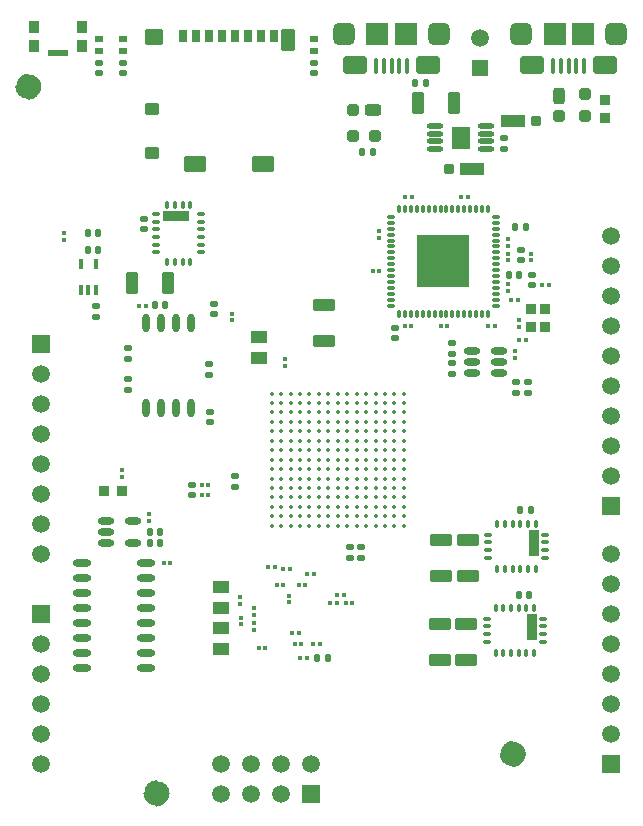
<source format=gts>
G04 Layer_Color=8388736*
%FSLAX25Y25*%
%MOIN*%
G70*
G01*
G75*
G04:AMPARAMS|DCode=11|XSize=35.43mil|YSize=31.5mil|CornerRadius=3.15mil|HoleSize=0mil|Usage=FLASHONLY|Rotation=90.000|XOffset=0mil|YOffset=0mil|HoleType=Round|Shape=RoundedRectangle|*
%AMROUNDEDRECTD11*
21,1,0.03543,0.02520,0,0,90.0*
21,1,0.02913,0.03150,0,0,90.0*
1,1,0.00630,0.01260,0.01457*
1,1,0.00630,0.01260,-0.01457*
1,1,0.00630,-0.01260,-0.01457*
1,1,0.00630,-0.01260,0.01457*
%
%ADD11ROUNDEDRECTD11*%
%ADD12O,0.05512X0.02362*%
%ADD13O,0.03228X0.01063*%
%ADD14O,0.01063X0.03228*%
%ADD15R,0.17520X0.17520*%
%ADD16R,0.02913X0.02126*%
%ADD17O,0.02362X0.06299*%
G04:AMPARAMS|DCode=18|XSize=74.8mil|YSize=53.15mil|CornerRadius=5.32mil|HoleSize=0mil|Usage=FLASHONLY|Rotation=180.000|XOffset=0mil|YOffset=0mil|HoleType=Round|Shape=RoundedRectangle|*
%AMROUNDEDRECTD18*
21,1,0.07480,0.04252,0,0,180.0*
21,1,0.06417,0.05315,0,0,180.0*
1,1,0.01063,-0.03209,0.02126*
1,1,0.01063,0.03209,0.02126*
1,1,0.01063,0.03209,-0.02126*
1,1,0.01063,-0.03209,-0.02126*
%
%ADD18ROUNDEDRECTD18*%
G04:AMPARAMS|DCode=19|XSize=47.24mil|YSize=39.37mil|CornerRadius=3.94mil|HoleSize=0mil|Usage=FLASHONLY|Rotation=180.000|XOffset=0mil|YOffset=0mil|HoleType=Round|Shape=RoundedRectangle|*
%AMROUNDEDRECTD19*
21,1,0.04724,0.03150,0,0,180.0*
21,1,0.03937,0.03937,0,0,180.0*
1,1,0.00787,-0.01968,0.01575*
1,1,0.00787,0.01968,0.01575*
1,1,0.00787,0.01968,-0.01575*
1,1,0.00787,-0.01968,-0.01575*
%
%ADD19ROUNDEDRECTD19*%
G04:AMPARAMS|DCode=20|XSize=29.53mil|YSize=43.31mil|CornerRadius=2.95mil|HoleSize=0mil|Usage=FLASHONLY|Rotation=180.000|XOffset=0mil|YOffset=0mil|HoleType=Round|Shape=RoundedRectangle|*
%AMROUNDEDRECTD20*
21,1,0.02953,0.03740,0,0,180.0*
21,1,0.02362,0.04331,0,0,180.0*
1,1,0.00591,-0.01181,0.01870*
1,1,0.00591,0.01181,0.01870*
1,1,0.00591,0.01181,-0.01870*
1,1,0.00591,-0.01181,-0.01870*
%
%ADD20ROUNDEDRECTD20*%
G04:AMPARAMS|DCode=21|XSize=70.87mil|YSize=46.06mil|CornerRadius=4.61mil|HoleSize=0mil|Usage=FLASHONLY|Rotation=90.000|XOffset=0mil|YOffset=0mil|HoleType=Round|Shape=RoundedRectangle|*
%AMROUNDEDRECTD21*
21,1,0.07087,0.03685,0,0,90.0*
21,1,0.06165,0.04606,0,0,90.0*
1,1,0.00921,0.01843,0.03083*
1,1,0.00921,0.01843,-0.03083*
1,1,0.00921,-0.01843,-0.03083*
1,1,0.00921,-0.01843,0.03083*
%
%ADD21ROUNDEDRECTD21*%
G04:AMPARAMS|DCode=22|XSize=61.02mil|YSize=53.15mil|CornerRadius=5.32mil|HoleSize=0mil|Usage=FLASHONLY|Rotation=180.000|XOffset=0mil|YOffset=0mil|HoleType=Round|Shape=RoundedRectangle|*
%AMROUNDEDRECTD22*
21,1,0.06102,0.04252,0,0,180.0*
21,1,0.05039,0.05315,0,0,180.0*
1,1,0.01063,-0.02520,0.02126*
1,1,0.01063,0.02520,0.02126*
1,1,0.01063,0.02520,-0.02126*
1,1,0.01063,-0.02520,-0.02126*
%
%ADD22ROUNDEDRECTD22*%
%ADD23C,0.01378*%
G04:AMPARAMS|DCode=24|XSize=36.61mil|YSize=35.04mil|CornerRadius=3.5mil|HoleSize=0mil|Usage=FLASHONLY|Rotation=90.000|XOffset=0mil|YOffset=0mil|HoleType=Round|Shape=RoundedRectangle|*
%AMROUNDEDRECTD24*
21,1,0.03661,0.02803,0,0,90.0*
21,1,0.02961,0.03504,0,0,90.0*
1,1,0.00701,0.01402,0.01480*
1,1,0.00701,0.01402,-0.01480*
1,1,0.00701,-0.01402,-0.01480*
1,1,0.00701,-0.01402,0.01480*
%
%ADD24ROUNDEDRECTD24*%
G04:AMPARAMS|DCode=25|XSize=15.75mil|YSize=14.57mil|CornerRadius=1.46mil|HoleSize=0mil|Usage=FLASHONLY|Rotation=0.000|XOffset=0mil|YOffset=0mil|HoleType=Round|Shape=RoundedRectangle|*
%AMROUNDEDRECTD25*
21,1,0.01575,0.01165,0,0,0.0*
21,1,0.01284,0.01457,0,0,0.0*
1,1,0.00291,0.00642,-0.00583*
1,1,0.00291,-0.00642,-0.00583*
1,1,0.00291,-0.00642,0.00583*
1,1,0.00291,0.00642,0.00583*
%
%ADD25ROUNDEDRECTD25*%
%ADD26O,0.06102X0.02362*%
G04:AMPARAMS|DCode=27|XSize=71.65mil|YSize=42.13mil|CornerRadius=4.21mil|HoleSize=0mil|Usage=FLASHONLY|Rotation=270.000|XOffset=0mil|YOffset=0mil|HoleType=Round|Shape=RoundedRectangle|*
%AMROUNDEDRECTD27*
21,1,0.07165,0.03370,0,0,270.0*
21,1,0.06323,0.04213,0,0,270.0*
1,1,0.00843,-0.01685,-0.03161*
1,1,0.00843,-0.01685,0.03161*
1,1,0.00843,0.01685,0.03161*
1,1,0.00843,0.01685,-0.03161*
%
%ADD27ROUNDEDRECTD27*%
G04:AMPARAMS|DCode=28|XSize=23.62mil|YSize=19.68mil|CornerRadius=1.97mil|HoleSize=0mil|Usage=FLASHONLY|Rotation=90.000|XOffset=0mil|YOffset=0mil|HoleType=Round|Shape=RoundedRectangle|*
%AMROUNDEDRECTD28*
21,1,0.02362,0.01575,0,0,90.0*
21,1,0.01968,0.01968,0,0,90.0*
1,1,0.00394,0.00787,0.00984*
1,1,0.00394,0.00787,-0.00984*
1,1,0.00394,-0.00787,-0.00984*
1,1,0.00394,-0.00787,0.00984*
%
%ADD28ROUNDEDRECTD28*%
G04:AMPARAMS|DCode=29|XSize=16.14mil|YSize=14.57mil|CornerRadius=1.46mil|HoleSize=0mil|Usage=FLASHONLY|Rotation=180.000|XOffset=0mil|YOffset=0mil|HoleType=Round|Shape=RoundedRectangle|*
%AMROUNDEDRECTD29*
21,1,0.01614,0.01165,0,0,180.0*
21,1,0.01323,0.01457,0,0,180.0*
1,1,0.00291,-0.00661,0.00583*
1,1,0.00291,0.00661,0.00583*
1,1,0.00291,0.00661,-0.00583*
1,1,0.00291,-0.00661,-0.00583*
%
%ADD29ROUNDEDRECTD29*%
G04:AMPARAMS|DCode=30|XSize=11.81mil|YSize=23.62mil|CornerRadius=1.95mil|HoleSize=0mil|Usage=FLASHONLY|Rotation=180.000|XOffset=0mil|YOffset=0mil|HoleType=Round|Shape=RoundedRectangle|*
%AMROUNDEDRECTD30*
21,1,0.01181,0.01972,0,0,180.0*
21,1,0.00791,0.02362,0,0,180.0*
1,1,0.00390,-0.00396,0.00986*
1,1,0.00390,0.00396,0.00986*
1,1,0.00390,0.00396,-0.00986*
1,1,0.00390,-0.00396,-0.00986*
%
%ADD30ROUNDEDRECTD30*%
G04:AMPARAMS|DCode=31|XSize=11.81mil|YSize=23.62mil|CornerRadius=1.95mil|HoleSize=0mil|Usage=FLASHONLY|Rotation=90.000|XOffset=0mil|YOffset=0mil|HoleType=Round|Shape=RoundedRectangle|*
%AMROUNDEDRECTD31*
21,1,0.01181,0.01972,0,0,90.0*
21,1,0.00791,0.02362,0,0,90.0*
1,1,0.00390,0.00986,0.00396*
1,1,0.00390,0.00986,-0.00396*
1,1,0.00390,-0.00986,-0.00396*
1,1,0.00390,-0.00986,0.00396*
%
%ADD31ROUNDEDRECTD31*%
%ADD32R,0.08858X0.03543*%
%ADD33R,0.06102X0.07283*%
%ADD34O,0.05709X0.01772*%
G04:AMPARAMS|DCode=35|XSize=39.37mil|YSize=55.12mil|CornerRadius=9.84mil|HoleSize=0mil|Usage=FLASHONLY|Rotation=90.000|XOffset=0mil|YOffset=0mil|HoleType=Round|Shape=RoundedRectangle|*
%AMROUNDEDRECTD35*
21,1,0.03937,0.03543,0,0,90.0*
21,1,0.01968,0.05512,0,0,90.0*
1,1,0.01968,0.01772,0.00984*
1,1,0.01968,0.01772,-0.00984*
1,1,0.01968,-0.01772,-0.00984*
1,1,0.01968,-0.01772,0.00984*
%
%ADD35ROUNDEDRECTD35*%
G04:AMPARAMS|DCode=36|XSize=39.37mil|YSize=39.37mil|CornerRadius=9.84mil|HoleSize=0mil|Usage=FLASHONLY|Rotation=90.000|XOffset=0mil|YOffset=0mil|HoleType=Round|Shape=RoundedRectangle|*
%AMROUNDEDRECTD36*
21,1,0.03937,0.01968,0,0,90.0*
21,1,0.01968,0.03937,0,0,90.0*
1,1,0.01968,0.00984,0.00984*
1,1,0.01968,0.00984,-0.00984*
1,1,0.01968,-0.00984,-0.00984*
1,1,0.01968,-0.00984,0.00984*
%
%ADD36ROUNDEDRECTD36*%
%ADD37O,0.01575X0.03740*%
G04:AMPARAMS|DCode=38|XSize=35.43mil|YSize=39.37mil|CornerRadius=3.54mil|HoleSize=0mil|Usage=FLASHONLY|Rotation=180.000|XOffset=0mil|YOffset=0mil|HoleType=Round|Shape=RoundedRectangle|*
%AMROUNDEDRECTD38*
21,1,0.03543,0.03228,0,0,180.0*
21,1,0.02835,0.03937,0,0,180.0*
1,1,0.00709,-0.01417,0.01614*
1,1,0.00709,0.01417,0.01614*
1,1,0.00709,0.01417,-0.01614*
1,1,0.00709,-0.01417,-0.01614*
%
%ADD38ROUNDEDRECTD38*%
G04:AMPARAMS|DCode=39|XSize=66.93mil|YSize=21.65mil|CornerRadius=2.16mil|HoleSize=0mil|Usage=FLASHONLY|Rotation=180.000|XOffset=0mil|YOffset=0mil|HoleType=Round|Shape=RoundedRectangle|*
%AMROUNDEDRECTD39*
21,1,0.06693,0.01732,0,0,180.0*
21,1,0.06260,0.02165,0,0,180.0*
1,1,0.00433,-0.03130,0.00866*
1,1,0.00433,0.03130,0.00866*
1,1,0.00433,0.03130,-0.00866*
1,1,0.00433,-0.03130,-0.00866*
%
%ADD39ROUNDEDRECTD39*%
G04:AMPARAMS|DCode=40|XSize=82.68mil|YSize=62.99mil|CornerRadius=15.75mil|HoleSize=0mil|Usage=FLASHONLY|Rotation=180.000|XOffset=0mil|YOffset=0mil|HoleType=Round|Shape=RoundedRectangle|*
%AMROUNDEDRECTD40*
21,1,0.08268,0.03150,0,0,180.0*
21,1,0.05118,0.06299,0,0,180.0*
1,1,0.03150,-0.02559,0.01575*
1,1,0.03150,0.02559,0.01575*
1,1,0.03150,0.02559,-0.01575*
1,1,0.03150,-0.02559,-0.01575*
%
%ADD40ROUNDEDRECTD40*%
%ADD41O,0.01575X0.05315*%
G04:AMPARAMS|DCode=42|XSize=70.87mil|YSize=74.8mil|CornerRadius=17.72mil|HoleSize=0mil|Usage=FLASHONLY|Rotation=180.000|XOffset=0mil|YOffset=0mil|HoleType=Round|Shape=RoundedRectangle|*
%AMROUNDEDRECTD42*
21,1,0.07087,0.03937,0,0,180.0*
21,1,0.03543,0.07480,0,0,180.0*
1,1,0.03543,-0.01772,0.01968*
1,1,0.03543,0.01772,0.01968*
1,1,0.03543,0.01772,-0.01968*
1,1,0.03543,-0.01772,-0.01968*
%
%ADD42ROUNDEDRECTD42*%
%ADD43R,0.07480X0.07480*%
G04:AMPARAMS|DCode=44|XSize=54.33mil|YSize=41.34mil|CornerRadius=4.13mil|HoleSize=0mil|Usage=FLASHONLY|Rotation=180.000|XOffset=0mil|YOffset=0mil|HoleType=Round|Shape=RoundedRectangle|*
%AMROUNDEDRECTD44*
21,1,0.05433,0.03307,0,0,180.0*
21,1,0.04606,0.04134,0,0,180.0*
1,1,0.00827,-0.02303,0.01654*
1,1,0.00827,0.02303,0.01654*
1,1,0.00827,0.02303,-0.01654*
1,1,0.00827,-0.02303,-0.01654*
%
%ADD44ROUNDEDRECTD44*%
G04:AMPARAMS|DCode=45|XSize=78.74mil|YSize=43.31mil|CornerRadius=4.33mil|HoleSize=0mil|Usage=FLASHONLY|Rotation=180.000|XOffset=0mil|YOffset=0mil|HoleType=Round|Shape=RoundedRectangle|*
%AMROUNDEDRECTD45*
21,1,0.07874,0.03465,0,0,180.0*
21,1,0.07008,0.04331,0,0,180.0*
1,1,0.00866,-0.03504,0.01732*
1,1,0.00866,0.03504,0.01732*
1,1,0.00866,0.03504,-0.01732*
1,1,0.00866,-0.03504,-0.01732*
%
%ADD45ROUNDEDRECTD45*%
G04:AMPARAMS|DCode=46|XSize=31.5mil|YSize=31.5mil|CornerRadius=3.15mil|HoleSize=0mil|Usage=FLASHONLY|Rotation=180.000|XOffset=0mil|YOffset=0mil|HoleType=Round|Shape=RoundedRectangle|*
%AMROUNDEDRECTD46*
21,1,0.03150,0.02520,0,0,180.0*
21,1,0.02520,0.03150,0,0,180.0*
1,1,0.00630,-0.01260,0.01260*
1,1,0.00630,0.01260,0.01260*
1,1,0.00630,0.01260,-0.01260*
1,1,0.00630,-0.01260,-0.01260*
%
%ADD46ROUNDEDRECTD46*%
G04:AMPARAMS|DCode=47|XSize=23.62mil|YSize=19.68mil|CornerRadius=1.97mil|HoleSize=0mil|Usage=FLASHONLY|Rotation=180.000|XOffset=0mil|YOffset=0mil|HoleType=Round|Shape=RoundedRectangle|*
%AMROUNDEDRECTD47*
21,1,0.02362,0.01575,0,0,180.0*
21,1,0.01968,0.01968,0,0,180.0*
1,1,0.00394,-0.00984,0.00787*
1,1,0.00394,0.00984,0.00787*
1,1,0.00394,0.00984,-0.00787*
1,1,0.00394,-0.00984,-0.00787*
%
%ADD47ROUNDEDRECTD47*%
G04:AMPARAMS|DCode=48|XSize=15.75mil|YSize=14.57mil|CornerRadius=1.46mil|HoleSize=0mil|Usage=FLASHONLY|Rotation=90.000|XOffset=0mil|YOffset=0mil|HoleType=Round|Shape=RoundedRectangle|*
%AMROUNDEDRECTD48*
21,1,0.01575,0.01165,0,0,90.0*
21,1,0.01284,0.01457,0,0,90.0*
1,1,0.00291,0.00583,0.00642*
1,1,0.00291,0.00583,-0.00642*
1,1,0.00291,-0.00583,-0.00642*
1,1,0.00291,-0.00583,0.00642*
%
%ADD48ROUNDEDRECTD48*%
%ADD49C,0.03937*%
G04:AMPARAMS|DCode=50|XSize=71.65mil|YSize=42.13mil|CornerRadius=4.21mil|HoleSize=0mil|Usage=FLASHONLY|Rotation=180.000|XOffset=0mil|YOffset=0mil|HoleType=Round|Shape=RoundedRectangle|*
%AMROUNDEDRECTD50*
21,1,0.07165,0.03370,0,0,180.0*
21,1,0.06323,0.04213,0,0,180.0*
1,1,0.00843,-0.03161,0.01685*
1,1,0.00843,0.03161,0.01685*
1,1,0.00843,0.03161,-0.01685*
1,1,0.00843,-0.03161,-0.01685*
%
%ADD50ROUNDEDRECTD50*%
G04:AMPARAMS|DCode=51|XSize=39.37mil|YSize=39.37mil|CornerRadius=9.84mil|HoleSize=0mil|Usage=FLASHONLY|Rotation=180.000|XOffset=0mil|YOffset=0mil|HoleType=Round|Shape=RoundedRectangle|*
%AMROUNDEDRECTD51*
21,1,0.03937,0.01968,0,0,180.0*
21,1,0.01968,0.03937,0,0,180.0*
1,1,0.01968,-0.00984,0.00984*
1,1,0.01968,0.00984,0.00984*
1,1,0.01968,0.00984,-0.00984*
1,1,0.01968,-0.00984,-0.00984*
%
%ADD51ROUNDEDRECTD51*%
G04:AMPARAMS|DCode=52|XSize=39.37mil|YSize=55.12mil|CornerRadius=9.84mil|HoleSize=0mil|Usage=FLASHONLY|Rotation=180.000|XOffset=0mil|YOffset=0mil|HoleType=Round|Shape=RoundedRectangle|*
%AMROUNDEDRECTD52*
21,1,0.03937,0.03543,0,0,180.0*
21,1,0.01968,0.05512,0,0,180.0*
1,1,0.01968,-0.00984,0.01772*
1,1,0.01968,0.00984,0.01772*
1,1,0.01968,0.00984,-0.01772*
1,1,0.01968,-0.00984,-0.01772*
%
%ADD52ROUNDEDRECTD52*%
G04:AMPARAMS|DCode=53|XSize=36.61mil|YSize=35.04mil|CornerRadius=3.5mil|HoleSize=0mil|Usage=FLASHONLY|Rotation=180.000|XOffset=0mil|YOffset=0mil|HoleType=Round|Shape=RoundedRectangle|*
%AMROUNDEDRECTD53*
21,1,0.03661,0.02803,0,0,180.0*
21,1,0.02961,0.03504,0,0,180.0*
1,1,0.00701,-0.01480,0.01402*
1,1,0.00701,0.01480,0.01402*
1,1,0.00701,0.01480,-0.01402*
1,1,0.00701,-0.01480,-0.01402*
%
%ADD53ROUNDEDRECTD53*%
%ADD54R,0.03543X0.08858*%
%ADD64R,0.05905X0.05905*%
%ADD65C,0.05905*%
%ADD66R,0.05905X0.05905*%
%ADD67R,0.05315X0.05315*%
%ADD76C,0.07874*%
D11*
X173504Y165591D02*
D03*
Y171496D02*
D03*
X178228D02*
D03*
Y165591D02*
D03*
D12*
X153661Y157677D02*
D03*
Y153937D02*
D03*
Y150197D02*
D03*
X162716D02*
D03*
Y157677D02*
D03*
Y153937D02*
D03*
X31721Y101008D02*
D03*
Y97268D02*
D03*
Y93528D02*
D03*
X40776D02*
D03*
Y101008D02*
D03*
D13*
X161772Y172756D02*
D03*
Y174724D02*
D03*
Y176693D02*
D03*
Y178661D02*
D03*
Y180630D02*
D03*
Y182598D02*
D03*
Y188504D02*
D03*
Y190472D02*
D03*
Y192441D02*
D03*
Y194409D02*
D03*
Y196378D02*
D03*
Y198346D02*
D03*
Y200315D02*
D03*
Y202283D02*
D03*
X126732D02*
D03*
Y200315D02*
D03*
Y198346D02*
D03*
Y196378D02*
D03*
Y194409D02*
D03*
Y192441D02*
D03*
Y190472D02*
D03*
Y188504D02*
D03*
Y186535D02*
D03*
Y184567D02*
D03*
Y182598D02*
D03*
Y180630D02*
D03*
Y178661D02*
D03*
Y176693D02*
D03*
Y174724D02*
D03*
Y172756D02*
D03*
X161772Y184567D02*
D03*
Y186535D02*
D03*
D14*
X159016Y205039D02*
D03*
X157047D02*
D03*
X155079D02*
D03*
X153110D02*
D03*
X151142D02*
D03*
X149173D02*
D03*
X147205D02*
D03*
X145236D02*
D03*
X143268D02*
D03*
X141299D02*
D03*
X139331D02*
D03*
X137362D02*
D03*
X135394D02*
D03*
X133425D02*
D03*
X131457D02*
D03*
X129488D02*
D03*
Y170000D02*
D03*
X131457D02*
D03*
X133425D02*
D03*
X135394D02*
D03*
X137362D02*
D03*
X139331D02*
D03*
X141299D02*
D03*
X143268D02*
D03*
X145236D02*
D03*
X147205D02*
D03*
X149173D02*
D03*
X151142D02*
D03*
X153110D02*
D03*
X155079D02*
D03*
X157047D02*
D03*
X159016D02*
D03*
D15*
X144252Y187520D02*
D03*
D16*
X29331Y261535D02*
D03*
Y257598D02*
D03*
X101221Y257638D02*
D03*
Y261575D02*
D03*
X37402Y257638D02*
D03*
Y261575D02*
D03*
D17*
X45114Y138472D02*
D03*
X50114D02*
D03*
X55114D02*
D03*
X60114D02*
D03*
X45114Y166819D02*
D03*
X50114D02*
D03*
X55114D02*
D03*
X60114D02*
D03*
D18*
X61386Y219783D02*
D03*
X84102D02*
D03*
D19*
X47213Y223622D02*
D03*
Y238189D02*
D03*
D20*
X87705Y262697D02*
D03*
X83374D02*
D03*
X79043D02*
D03*
X74713D02*
D03*
X70382D02*
D03*
X66051D02*
D03*
X61721D02*
D03*
X57390D02*
D03*
D21*
X92469Y261319D02*
D03*
D22*
X47902Y262205D02*
D03*
D23*
X131063Y143425D02*
D03*
Y140276D02*
D03*
Y137126D02*
D03*
Y133976D02*
D03*
Y130827D02*
D03*
Y127677D02*
D03*
Y124528D02*
D03*
Y121378D02*
D03*
Y118228D02*
D03*
Y115079D02*
D03*
Y111929D02*
D03*
Y108780D02*
D03*
Y105630D02*
D03*
Y102480D02*
D03*
Y99331D02*
D03*
X127913Y143425D02*
D03*
Y140276D02*
D03*
Y137126D02*
D03*
Y133976D02*
D03*
Y130827D02*
D03*
Y127677D02*
D03*
Y124528D02*
D03*
Y121378D02*
D03*
Y118228D02*
D03*
Y115079D02*
D03*
Y111929D02*
D03*
Y108780D02*
D03*
Y105630D02*
D03*
Y102480D02*
D03*
Y99331D02*
D03*
X124764Y143425D02*
D03*
Y140276D02*
D03*
Y137126D02*
D03*
Y133976D02*
D03*
Y130827D02*
D03*
Y127677D02*
D03*
Y124528D02*
D03*
Y121378D02*
D03*
Y118228D02*
D03*
Y115079D02*
D03*
Y111929D02*
D03*
Y108780D02*
D03*
Y105630D02*
D03*
Y102480D02*
D03*
Y99331D02*
D03*
X121614Y143425D02*
D03*
Y140276D02*
D03*
Y137126D02*
D03*
Y133976D02*
D03*
Y130827D02*
D03*
Y127677D02*
D03*
Y124528D02*
D03*
Y121378D02*
D03*
Y118228D02*
D03*
Y115079D02*
D03*
Y111929D02*
D03*
Y108780D02*
D03*
Y105630D02*
D03*
Y102480D02*
D03*
Y99331D02*
D03*
X118465Y143425D02*
D03*
Y140276D02*
D03*
Y137126D02*
D03*
Y133976D02*
D03*
Y130827D02*
D03*
Y127677D02*
D03*
Y124528D02*
D03*
Y121378D02*
D03*
Y118228D02*
D03*
Y115079D02*
D03*
Y111929D02*
D03*
Y108780D02*
D03*
Y105630D02*
D03*
Y102480D02*
D03*
Y99331D02*
D03*
X115315Y143425D02*
D03*
Y140276D02*
D03*
Y137126D02*
D03*
Y133976D02*
D03*
Y130827D02*
D03*
Y127677D02*
D03*
Y124528D02*
D03*
Y121378D02*
D03*
Y118228D02*
D03*
Y115079D02*
D03*
Y111929D02*
D03*
Y108780D02*
D03*
Y105630D02*
D03*
Y102480D02*
D03*
Y99331D02*
D03*
X112165Y143425D02*
D03*
Y140276D02*
D03*
Y137126D02*
D03*
Y133976D02*
D03*
Y130827D02*
D03*
Y127677D02*
D03*
Y124528D02*
D03*
Y121378D02*
D03*
Y118228D02*
D03*
Y115079D02*
D03*
Y111929D02*
D03*
Y108780D02*
D03*
Y105630D02*
D03*
Y102480D02*
D03*
Y99331D02*
D03*
X109016Y143425D02*
D03*
Y140276D02*
D03*
Y137126D02*
D03*
Y133976D02*
D03*
Y130827D02*
D03*
Y127677D02*
D03*
Y124528D02*
D03*
Y121378D02*
D03*
Y118228D02*
D03*
Y115079D02*
D03*
Y111929D02*
D03*
Y108780D02*
D03*
Y105630D02*
D03*
Y102480D02*
D03*
Y99331D02*
D03*
X105866Y143425D02*
D03*
Y140276D02*
D03*
Y137126D02*
D03*
Y133976D02*
D03*
Y130827D02*
D03*
Y127677D02*
D03*
Y124528D02*
D03*
Y121378D02*
D03*
Y118228D02*
D03*
Y115079D02*
D03*
Y111929D02*
D03*
Y108780D02*
D03*
Y105630D02*
D03*
Y102480D02*
D03*
Y99331D02*
D03*
X102717Y143425D02*
D03*
Y140276D02*
D03*
Y137126D02*
D03*
Y133976D02*
D03*
Y130827D02*
D03*
Y127677D02*
D03*
Y124528D02*
D03*
Y121378D02*
D03*
Y118228D02*
D03*
Y115079D02*
D03*
Y111929D02*
D03*
Y108780D02*
D03*
Y105630D02*
D03*
Y102480D02*
D03*
Y99331D02*
D03*
X99567Y143425D02*
D03*
Y140276D02*
D03*
Y137126D02*
D03*
Y133976D02*
D03*
Y130827D02*
D03*
Y127677D02*
D03*
Y124528D02*
D03*
Y121378D02*
D03*
Y118228D02*
D03*
Y115079D02*
D03*
Y111929D02*
D03*
Y108780D02*
D03*
Y105630D02*
D03*
Y102480D02*
D03*
Y99331D02*
D03*
X96417Y143425D02*
D03*
Y140276D02*
D03*
Y137126D02*
D03*
Y133976D02*
D03*
Y130827D02*
D03*
Y127677D02*
D03*
Y124528D02*
D03*
Y121378D02*
D03*
Y118228D02*
D03*
Y115079D02*
D03*
Y111929D02*
D03*
Y108780D02*
D03*
Y105630D02*
D03*
Y102480D02*
D03*
Y99331D02*
D03*
X93268Y143425D02*
D03*
Y140276D02*
D03*
Y137126D02*
D03*
Y133976D02*
D03*
Y130827D02*
D03*
Y127677D02*
D03*
Y124528D02*
D03*
Y121378D02*
D03*
Y118228D02*
D03*
Y115079D02*
D03*
Y111929D02*
D03*
Y108780D02*
D03*
Y105630D02*
D03*
Y102480D02*
D03*
Y99331D02*
D03*
X90118Y143425D02*
D03*
Y140276D02*
D03*
Y137126D02*
D03*
Y133976D02*
D03*
Y130827D02*
D03*
Y127677D02*
D03*
Y124528D02*
D03*
Y121378D02*
D03*
Y118228D02*
D03*
Y115079D02*
D03*
Y111929D02*
D03*
Y108780D02*
D03*
Y105630D02*
D03*
Y102480D02*
D03*
Y99331D02*
D03*
X86968Y143425D02*
D03*
Y140276D02*
D03*
Y137126D02*
D03*
Y133976D02*
D03*
Y130827D02*
D03*
Y127677D02*
D03*
Y124528D02*
D03*
Y121378D02*
D03*
Y118228D02*
D03*
Y115079D02*
D03*
Y111929D02*
D03*
Y108780D02*
D03*
Y105630D02*
D03*
Y102480D02*
D03*
Y99331D02*
D03*
D24*
X37126Y111024D02*
D03*
X31063D02*
D03*
D25*
X37087Y117815D02*
D03*
Y115571D02*
D03*
X91575Y154783D02*
D03*
Y152539D02*
D03*
X73819Y167854D02*
D03*
Y170098D02*
D03*
X81028Y66874D02*
D03*
Y64630D02*
D03*
X76492Y75630D02*
D03*
Y73386D02*
D03*
X81217Y71768D02*
D03*
Y69524D02*
D03*
X76846Y66492D02*
D03*
Y68736D02*
D03*
X173504Y187854D02*
D03*
Y190098D02*
D03*
X169488Y167854D02*
D03*
Y165610D02*
D03*
X122795Y195256D02*
D03*
Y197500D02*
D03*
X165709Y194902D02*
D03*
Y192657D02*
D03*
Y187776D02*
D03*
Y190020D02*
D03*
Y177657D02*
D03*
Y179902D02*
D03*
X46102Y103327D02*
D03*
Y101083D02*
D03*
X92874Y73799D02*
D03*
Y76043D02*
D03*
X167953Y155413D02*
D03*
Y157658D02*
D03*
D26*
X44965Y51925D02*
D03*
Y56925D02*
D03*
Y61925D02*
D03*
Y66925D02*
D03*
Y71925D02*
D03*
Y76925D02*
D03*
Y81925D02*
D03*
Y86925D02*
D03*
X23705Y51925D02*
D03*
Y56925D02*
D03*
Y61925D02*
D03*
Y66925D02*
D03*
Y71925D02*
D03*
Y76925D02*
D03*
Y81925D02*
D03*
Y86925D02*
D03*
D27*
X147894Y240197D02*
D03*
X135886D02*
D03*
X40295Y180157D02*
D03*
X52303D02*
D03*
D28*
X138465Y246772D02*
D03*
X134921D02*
D03*
X25669Y191417D02*
D03*
X29213D02*
D03*
X117047Y224016D02*
D03*
X120591D02*
D03*
X171693Y198819D02*
D03*
X168149D02*
D03*
X51535Y172992D02*
D03*
X47992D02*
D03*
X165945Y182992D02*
D03*
X169488D02*
D03*
X102118Y55138D02*
D03*
X105661D02*
D03*
X49839Y93520D02*
D03*
X46295D02*
D03*
X49803Y97165D02*
D03*
X46260D02*
D03*
X169331Y76417D02*
D03*
X172874D02*
D03*
X169803Y104488D02*
D03*
X173346D02*
D03*
X25669Y196929D02*
D03*
X29213D02*
D03*
D29*
X17835Y196890D02*
D03*
Y194606D02*
D03*
D30*
X52185Y206299D02*
D03*
X59862D02*
D03*
X57303D02*
D03*
X54744D02*
D03*
Y187402D02*
D03*
X57303D02*
D03*
X59862D02*
D03*
X52185D02*
D03*
X174980Y85079D02*
D03*
X172421D02*
D03*
X169862D02*
D03*
X167303D02*
D03*
X164744D02*
D03*
X162185D02*
D03*
X162185Y100039D02*
D03*
X164744D02*
D03*
X167303D02*
D03*
X169862D02*
D03*
X172421D02*
D03*
X174980D02*
D03*
X174469Y57047D02*
D03*
X171909D02*
D03*
X169350D02*
D03*
X166791D02*
D03*
X164232D02*
D03*
X161673D02*
D03*
X161673Y72008D02*
D03*
X164232D02*
D03*
X166791D02*
D03*
X169350D02*
D03*
X171909D02*
D03*
X174469D02*
D03*
D31*
X63504Y203248D02*
D03*
Y200689D02*
D03*
Y198130D02*
D03*
Y195571D02*
D03*
Y193012D02*
D03*
Y190453D02*
D03*
X48543Y190453D02*
D03*
Y193012D02*
D03*
Y195571D02*
D03*
Y198130D02*
D03*
Y200689D02*
D03*
Y203248D02*
D03*
X178032Y96398D02*
D03*
Y88721D02*
D03*
Y91280D02*
D03*
Y93839D02*
D03*
X159134D02*
D03*
Y91280D02*
D03*
Y88721D02*
D03*
Y96398D02*
D03*
X177520Y68366D02*
D03*
Y60689D02*
D03*
Y63248D02*
D03*
Y65807D02*
D03*
X158622D02*
D03*
Y63248D02*
D03*
Y60689D02*
D03*
Y68366D02*
D03*
D32*
X54941Y202559D02*
D03*
D33*
X150039Y228740D02*
D03*
D34*
X141575Y232579D02*
D03*
Y230020D02*
D03*
Y227461D02*
D03*
Y224902D02*
D03*
X158504Y232579D02*
D03*
Y230020D02*
D03*
Y227461D02*
D03*
Y224902D02*
D03*
D35*
X120787Y237933D02*
D03*
D36*
X114094D02*
D03*
Y229272D02*
D03*
X121575D02*
D03*
D37*
X23346Y178032D02*
D03*
X25905D02*
D03*
X28465D02*
D03*
Y186693D02*
D03*
X23346D02*
D03*
D38*
X23779Y265709D02*
D03*
Y259409D02*
D03*
X7638D02*
D03*
Y265709D02*
D03*
D39*
X15709Y256949D02*
D03*
D40*
X173779Y253071D02*
D03*
X198189D02*
D03*
X139134D02*
D03*
X114724D02*
D03*
D41*
X180866Y252579D02*
D03*
X183425D02*
D03*
X191102D02*
D03*
X188543D02*
D03*
X185984D02*
D03*
X129488D02*
D03*
X132047D02*
D03*
X124370D02*
D03*
X121811D02*
D03*
X126929D02*
D03*
D42*
X201732Y263110D02*
D03*
X170236D02*
D03*
X111181D02*
D03*
X142677D02*
D03*
D43*
X190709D02*
D03*
X181260D02*
D03*
X122205D02*
D03*
X131653D02*
D03*
D44*
X70197Y72047D02*
D03*
Y79055D02*
D03*
X82598Y162402D02*
D03*
Y155394D02*
D03*
X70197Y65118D02*
D03*
Y58110D02*
D03*
D45*
X153661Y218110D02*
D03*
X167559Y234213D02*
D03*
D46*
X146181Y218110D02*
D03*
X175039Y234213D02*
D03*
D47*
X172480Y143662D02*
D03*
Y147205D02*
D03*
X74882Y112284D02*
D03*
Y115827D02*
D03*
X67756Y173425D02*
D03*
Y169882D02*
D03*
X38937Y154921D02*
D03*
Y158465D02*
D03*
X66339Y133819D02*
D03*
Y137362D02*
D03*
X66023Y153189D02*
D03*
Y149645D02*
D03*
X39106Y148307D02*
D03*
Y144764D02*
D03*
X147008Y153465D02*
D03*
Y149921D02*
D03*
X29331Y250197D02*
D03*
Y253740D02*
D03*
X147008Y156732D02*
D03*
Y160276D02*
D03*
X128032Y161772D02*
D03*
Y165315D02*
D03*
X170158Y187874D02*
D03*
Y191417D02*
D03*
X173661Y179449D02*
D03*
Y182992D02*
D03*
X60469Y109547D02*
D03*
Y113091D02*
D03*
X44331Y198150D02*
D03*
Y201693D02*
D03*
X164488Y224961D02*
D03*
Y228504D02*
D03*
X28464Y172441D02*
D03*
Y168897D02*
D03*
X113130Y88610D02*
D03*
Y92154D02*
D03*
X116713Y88626D02*
D03*
Y92169D02*
D03*
X37362Y253701D02*
D03*
Y250157D02*
D03*
X101220Y253701D02*
D03*
Y250157D02*
D03*
X168543Y143662D02*
D03*
Y147205D02*
D03*
D48*
X145531Y166063D02*
D03*
X143287D02*
D03*
X106354Y73437D02*
D03*
X108598D02*
D03*
X94669Y59933D02*
D03*
X96913D02*
D03*
X85843Y85527D02*
D03*
X88087D02*
D03*
X95929Y79516D02*
D03*
X98173D02*
D03*
X98866Y83213D02*
D03*
X101110D02*
D03*
X65847Y109724D02*
D03*
X63602D02*
D03*
X65847Y112953D02*
D03*
X63602D02*
D03*
X45059Y172598D02*
D03*
X42815D02*
D03*
X133799Y209016D02*
D03*
X131555D02*
D03*
X152264Y208976D02*
D03*
X150020D02*
D03*
X177106Y179449D02*
D03*
X179350D02*
D03*
X159035Y166063D02*
D03*
X161279D02*
D03*
X131319D02*
D03*
X133563D02*
D03*
X122854Y184370D02*
D03*
X120610D02*
D03*
X93760Y63622D02*
D03*
X96004D02*
D03*
X169075Y174724D02*
D03*
X166831D02*
D03*
X169468Y161378D02*
D03*
X171713D02*
D03*
X113862Y73630D02*
D03*
X111618D02*
D03*
X111165Y76409D02*
D03*
X108921D02*
D03*
X90870Y79472D02*
D03*
X88626D02*
D03*
X84854Y58689D02*
D03*
X82610D02*
D03*
X102953Y59945D02*
D03*
X100709D02*
D03*
X93090Y84980D02*
D03*
X90847D02*
D03*
X98768Y55291D02*
D03*
X96524D02*
D03*
X50965Y86890D02*
D03*
X53209D02*
D03*
D49*
X167362Y23268D02*
D03*
X48583Y10158D02*
D03*
X5866Y245709D02*
D03*
D50*
X104567Y172854D02*
D03*
Y160846D02*
D03*
X151890Y54469D02*
D03*
Y66476D02*
D03*
X152284Y82657D02*
D03*
Y94665D02*
D03*
X142992Y54469D02*
D03*
Y66476D02*
D03*
X143465Y82657D02*
D03*
Y94665D02*
D03*
D51*
X191476Y243386D02*
D03*
Y235906D02*
D03*
X182815D02*
D03*
D52*
Y242598D02*
D03*
D53*
X198228Y235315D02*
D03*
Y241378D02*
D03*
D54*
X174291Y93642D02*
D03*
X173779Y65610D02*
D03*
D64*
X100000Y9803D02*
D03*
D65*
Y19803D02*
D03*
X90000Y9803D02*
D03*
Y19803D02*
D03*
X80000Y9803D02*
D03*
Y19803D02*
D03*
X70000Y9803D02*
D03*
Y19803D02*
D03*
X10000Y20000D02*
D03*
Y60000D02*
D03*
Y50000D02*
D03*
Y40000D02*
D03*
Y30000D02*
D03*
X200197Y185965D02*
D03*
Y195965D02*
D03*
Y175964D02*
D03*
Y165964D02*
D03*
Y145965D02*
D03*
Y135965D02*
D03*
Y125964D02*
D03*
Y115964D02*
D03*
Y155965D02*
D03*
X10000Y110000D02*
D03*
Y150000D02*
D03*
Y140000D02*
D03*
Y130000D02*
D03*
Y120000D02*
D03*
Y100000D02*
D03*
Y90000D02*
D03*
X156378Y262087D02*
D03*
X200000Y70000D02*
D03*
Y30000D02*
D03*
Y40000D02*
D03*
Y50000D02*
D03*
Y60000D02*
D03*
Y80000D02*
D03*
Y90000D02*
D03*
D66*
X10000Y70000D02*
D03*
X200197Y105965D02*
D03*
X10000Y160000D02*
D03*
X200000Y20000D02*
D03*
D67*
X156378Y252087D02*
D03*
D76*
X167756Y23268D02*
G03*
X167756Y23268I-394J0D01*
G01*
X48976Y10158D02*
G03*
X48976Y10158I-394J0D01*
G01*
X6260Y245709D02*
G03*
X6260Y245709I-394J0D01*
G01*
M02*

</source>
